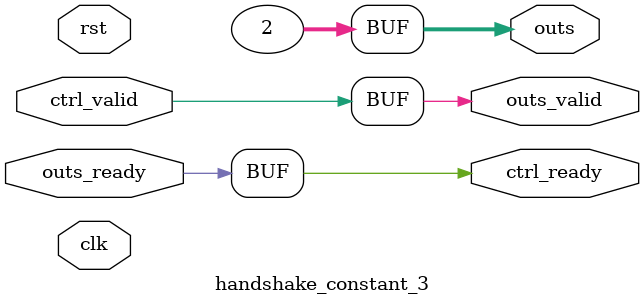
<source format=v>
`timescale 1ns / 1ps
module handshake_constant_3 #(
  parameter DATA_WIDTH = 32  // Default set to 32 bits
) (
  input                       clk,
  input                       rst,
  // Input Channel
  input                       ctrl_valid,
  output                      ctrl_ready,
  // Output Channel
  output [DATA_WIDTH - 1 : 0] outs,
  output                      outs_valid,
  input                       outs_ready
);
  assign outs       = 3'b010;
  assign outs_valid = ctrl_valid;
  assign ctrl_ready = outs_ready;

endmodule

</source>
